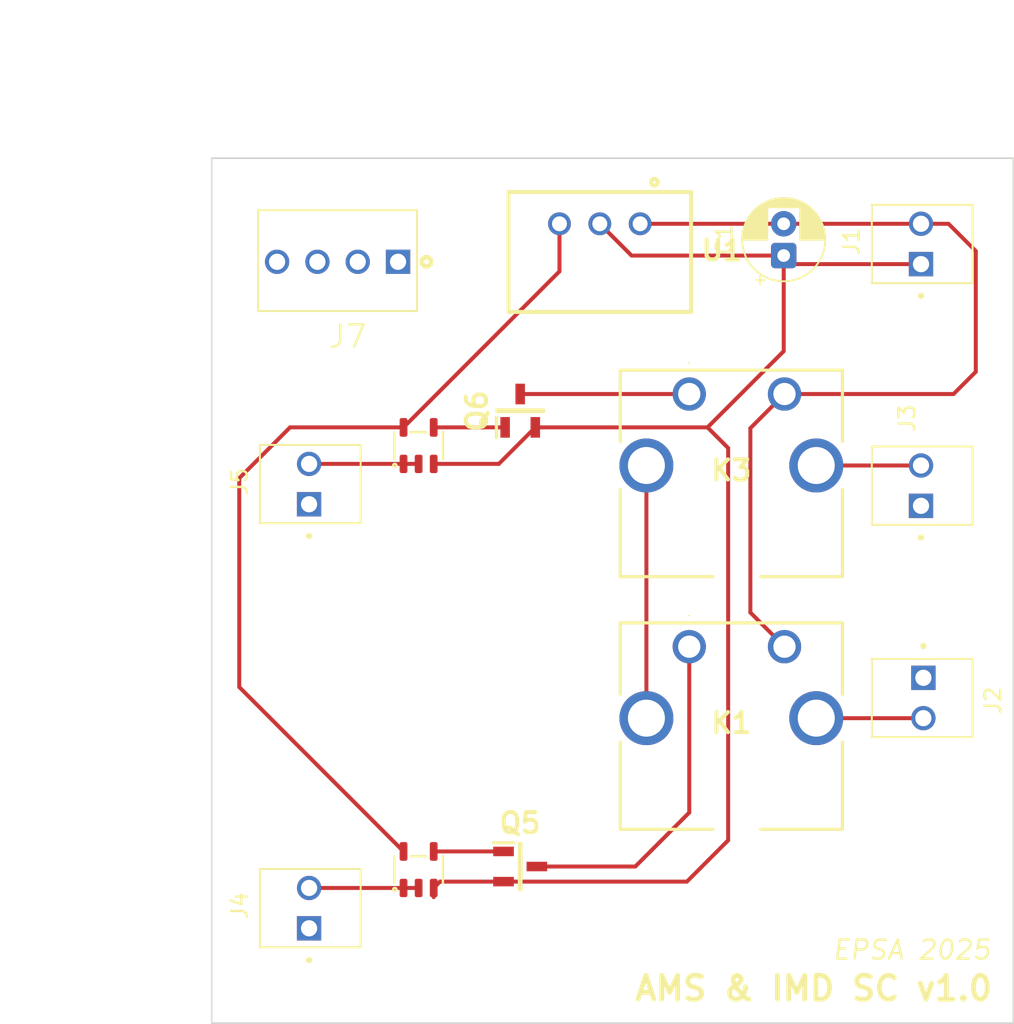
<source format=kicad_pcb>
(kicad_pcb (version 20241229) (generator "pcbnew") (generator_version "9.0")
  (layers (0 "F.Cu" signal) (2 "B.Cu" signal) (13 "F.Paste" user) (15 "B.Paste" user) (5 "F.SilkS" user "F.Silkscreen") (7 "B.SilkS" user "B.Silkscreen") (1 "F.Mask" user) (3 "B.Mask" user) (25 "Edge.Cuts" user))
  (net 0 "")
  (net 1 "GND")
  (net 2 "+12V")
  (net 3 "+5V")
  (net 4 "/Raw_AMS_OK")
  (net 5 "/Raw_IMD_OK")
  (net 6 "/SC in")
  (net 7 "/SC out")
  (net 8 "Net-(K1-Pad1)")
  (net 9 "/SC_Closed_IMD")
  (net 10 "/SC_Closed_AMS")
  (net 11 "Net-(K1-Pad2)")
  (net 12 "Net-(K3-Pad1)")
  (footprint "EPSA_lib:MOLEX_22-11-2022" (layer "F.Cu") (at 156.8 89.04 90)
    (property "Reference" "J5" (at 1.425 -4.385 90) (layer "F.SilkS"))
    (property "Value" "2P Droit 2-11-2022")
    (fp_line (start 3.735 -3.1) (end 3.735 3.25) (stroke (width 0.127)) (layer "F.SilkS"))
    (fp_line (start -1.195 -3.1) (end 3.735 -3.1) (stroke (width 0.127)) (layer "F.SilkS"))
    (fp_line (start 3.735 3.25) (end -1.195 3.25) (stroke (width 0.127)) (layer "F.SilkS"))
    (fp_line (start -1.195 3.25) (end -1.195 -3.1) (stroke (width 0.127)) (layer "F.SilkS"))
    (fp_circle (center -2 0) (end -1.9 0) (stroke (width 0.2)) (fill no) (layer "F.SilkS"))
    (pad "1" thru_hole rect (at 0 0 90) (size 1.53 1.53) (drill 1.02) (layers "*.Cu" "*.Mask"))
    (pad "2" thru_hole circle (at 2.54 0 90) (size 1.53 1.53) (drill 1.02) (layers "*.Cu" "*.Mask") (net 4 "/Raw_AMS_OK"))
  )
  (footprint "EPSA_lib:MOLEX_22-11-2022" (layer "F.Cu") (at 195.35 73.921458 90)
    (property "Reference" "J1" (at 1.425 -4.385 90) (layer "F.SilkS"))
    (property "Value" "2P Droit 2-11-2022")
    (fp_line (start 3.735 -3.1) (end 3.735 3.25) (stroke (width 0.127)) (layer "F.SilkS"))
    (fp_line (start -1.195 -3.1) (end 3.735 -3.1) (stroke (width 0.127)) (layer "F.SilkS"))
    (fp_line (start 3.735 3.25) (end -1.195 3.25) (stroke (width 0.127)) (layer "F.SilkS"))
    (fp_line (start -1.195 3.25) (end -1.195 -3.1) (stroke (width 0.127)) (layer "F.SilkS"))
    (fp_circle (center -2 0) (end -1.9 0) (stroke (width 0.2)) (fill no) (layer "F.SilkS"))
    (pad "1" thru_hole rect (at 0 0 90) (size 1.53 1.53) (drill 1.02) (layers "*.Cu" "*.Mask") (net 1 "GND"))
    (pad "2" thru_hole circle (at 2.54 0 90) (size 1.53 1.53) (drill 1.02) (layers "*.Cu" "*.Mask") (net 2 "+12V"))
  )
  (footprint "EPSA_lib:SOT95P237X112-3N" (layer "F.Cu") (at 170.1 111.85)
    (property "Reference" "Q5" (at -0.013584 -2.730562 0) (layer "F.SilkS") (effects (font (size 1.27 1.27) (thickness 0.254))))
    (property "Value" "NMOS SQ2348ES-T1_GE3" (hide yes))
    (fp_line (start -1.7 -1.5) (end -0.4 -1.5) (stroke (width 0.2)) (layer "F.SilkS"))
    (fp_line (start -0.05 -1.46) (end 0.05 -1.46) (stroke (width 0.2)) (layer "F.SilkS"))
    (fp_line (start -0.05 1.46) (end -0.05 -1.46) (stroke (width 0.2)) (layer "F.SilkS"))
    (fp_line (start 0.05 -1.46) (end 0.05 1.46) (stroke (width 0.2)) (layer "F.SilkS"))
    (fp_line (start 0.05 1.46) (end -0.05 1.46) (stroke (width 0.2)) (layer "F.SilkS"))
    (pad "1" smd rect (at -1.05 -0.95 90) (size 0.6 1.3) (layers "F.Cu" "F.Mask" "F.Paste") (net 9 "/SC_Closed_IMD"))
    (pad "2" smd rect (at -1.05 0.95 90) (size 0.6 1.3) (layers "F.Cu" "F.Mask" "F.Paste") (net 1 "GND"))
    (pad "3" smd rect (at 1.05 0 90) (size 0.6 1.3) (layers "F.Cu" "F.Mask" "F.Paste") (net 8 "Net-(K1-Pad1)"))
  )
  (footprint "PCM_JLCPCB:SOT-23-5_L3.0-W1.7-P0.95-LS2.8-BL" (layer "F.Cu") (at 163.7 85.35)
    (property "Reference" "U3" (hide yes))
    (property "Value" "74AHC1G08")
    (fp_line (start -1.53 0.85) (end -1.53 -0.85) (stroke (width 0.15)) (layer "F.SilkS"))
    (fp_line (start 0.48 -0.85) (end -0.48 -0.85) (stroke (width 0.15)) (layer "F.SilkS"))
    (fp_line (start 1.53 0.85) (end 1.53 -0.85) (stroke (width 0.15)) (layer "F.SilkS"))
    (fp_circle (center -1.5 1.25) (end -1.47 1.25) (stroke (width 0.15)) (fill no) (layer "F.SilkS"))
    (pad "1" smd roundrect (at -0.95 1.15) (size 0.49 1.16) (layers "F.Cu" "F.Mask" "F.Paste") (net 4 "/Raw_AMS_OK"))
    (pad "2" smd roundrect (at 0 1.15) (size 0.49 1.16) (layers "F.Cu" "F.Mask" "F.Paste") (net 4 "/Raw_AMS_OK"))
    (pad "3" smd roundrect (at 0.95 1.15) (size 0.49 1.16) (layers "F.Cu" "F.Mask" "F.Paste") (net 1 "GND"))
    (pad "4" smd roundrect (at 0.95 -1.15) (size 0.49 1.18) (layers "F.Cu" "F.Mask" "F.Paste") (net 10 "/SC_Closed_AMS"))
    (pad "5" smd roundrect (at -0.95 -1.15) (size 0.49 1.18) (layers "F.Cu" "F.Mask" "F.Paste") (net 3 "+5V"))
  )
  (footprint "EPSA_lib:SOT95P237X112-3N" (layer "F.Cu") (at 170.1 83.15 90)
    (property "Reference" "Q6" (at -0.013584 -2.730562 90) (layer "F.SilkS") (effects (font (size 1.27 1.27) (thickness 0.254))))
    (property "Value" "NMOS SQ2348ES-T1_GE3" (hide yes))
    (fp_line (start -1.7 -1.5) (end -0.4 -1.5) (stroke (width 0.2)) (layer "F.SilkS"))
    (fp_line (start 0.05 -1.46) (end 0.05 1.46) (stroke (width 0.2)) (layer "F.SilkS"))
    (fp_line (start -0.05 -1.46) (end 0.05 -1.46) (stroke (width 0.2)) (layer "F.SilkS"))
    (fp_line (start 0.05 1.46) (end -0.05 1.46) (stroke (width 0.2)) (layer "F.SilkS"))
    (fp_line (start -0.05 1.46) (end -0.05 -1.46) (stroke (width 0.2)) (layer "F.SilkS"))
    (pad "1" smd rect (at -1.05 -0.95 180) (size 0.6 1.3) (layers "F.Cu" "F.Mask" "F.Paste") (net 10 "/SC_Closed_AMS"))
    (pad "2" smd rect (at -1.05 0.95 180) (size 0.6 1.3) (layers "F.Cu" "F.Mask" "F.Paste") (net 1 "GND"))
    (pad "3" smd rect (at 1.05 0 180) (size 0.6 1.3) (layers "F.Cu" "F.Mask" "F.Paste") (net 12 "Net-(K3-Pad1)"))
  )
  (footprint "EPSA_lib:MOLEX_22-11-2042" (layer "F.Cu") (at 158.594291 73.775 180)
    (property "Reference" "J7" (at -0.63545 -4.70238 0) (layer "F.SilkS") (effects (font (size 1.401008 1.401008))))
    (property "Value" "4P Droit 22-11-2042")
    (fp_line (start 5.005 3.25) (end -5.005 3.25) (stroke (width 0.127)) (layer "F.SilkS"))
    (fp_line (start 5.005 -3.1) (end 5.005 3.25) (stroke (width 0.127)) (layer "F.SilkS"))
    (fp_line (start -5.005 3.25) (end -5.005 -3.1) (stroke (width 0.127)) (layer "F.SilkS"))
    (fp_line (start -5.005 -3.1) (end 5.005 -3.1) (stroke (width 0.127)) (layer "F.SilkS"))
    (fp_circle (center -5.6 0) (end -5.458581 0) (stroke (width 0.3)) (fill no) (layer "F.SilkS"))
    (pad "1" thru_hole rect (at -3.81 0 180) (size 1.53 1.53) (drill 1.02) (layers "*.Cu" "*.Mask"))
    (pad "2" thru_hole circle (at -1.27 0 180) (size 1.53 1.53) (drill 1.02) (layers "*.Cu" "*.Mask"))
    (pad "3" thru_hole circle (at 1.27 0 180) (size 1.53 1.53) (drill 1.02) (layers "*.Cu" "*.Mask"))
    (pad "4" thru_hole circle (at 3.81 0 180) (size 1.53 1.53) (drill 1.02) (layers "*.Cu" "*.Mask"))
  )
  (footprint "EPSA_lib:MOLEX_22-11-2022" (layer "F.Cu") (at 156.8 115.74 90)
    (property "Reference" "J4" (at 1.425 -4.385 90) (layer "F.SilkS"))
    (property "Value" "2P Droit 2-11-2022")
    (fp_line (start 3.735 -3.1) (end 3.735 3.25) (stroke (width 0.127)) (layer "F.SilkS"))
    (fp_line (start -1.195 -3.1) (end 3.735 -3.1) (stroke (width 0.127)) (layer "F.SilkS"))
    (fp_line (start 3.735 3.25) (end -1.195 3.25) (stroke (width 0.127)) (layer "F.SilkS"))
    (fp_line (start -1.195 3.25) (end -1.195 -3.1) (stroke (width 0.127)) (layer "F.SilkS"))
    (fp_circle (center -2 0) (end -1.9 0) (stroke (width 0.2)) (fill no) (layer "F.SilkS"))
    (pad "1" thru_hole rect (at 0 0 90) (size 1.53 1.53) (drill 1.02) (layers "*.Cu" "*.Mask"))
    (pad "2" thru_hole circle (at 2.54 0 90) (size 1.53 1.53) (drill 1.02) (layers "*.Cu" "*.Mask") (net 5 "/Raw_IMD_OK"))
  )
  (footprint "EPSA_lib:CP112V" (layer "F.Cu") (at 180.7505 98.0085)
    (property "Reference" "K1" (at 2.65 4.808 0) (layer "F.SilkS") (effects (font (size 1.27 1.27) (thickness 0.254))))
    (property "Value" "Relais PCB" (hide yes))
    (fp_line (start -4.35 -1.5) (end 9.65 -1.5) (stroke (width 0.2)) (layer "F.SilkS"))
    (fp_line (start -4.35 3) (end -4.35 -1.5) (stroke (width 0.2)) (layer "F.SilkS"))
    (fp_line (start -4.35 6) (end -4.35 11.5) (stroke (width 0.2)) (layer "F.SilkS"))
    (fp_line (start -4.35 11.5) (end 1.5 11.5) (stroke (width 0.2)) (layer "F.SilkS"))
    (fp_line (start -0.039 -1.956) (end -0.039 -1.956) (stroke (width 0.053)) (layer "F.SilkS"))
    (fp_line (start 0.014 -1.956) (end 0.014 -1.956) (stroke (width 0.053)) (layer "F.SilkS"))
    (fp_line (start 4.5 11.5) (end 9.5 11.5) (stroke (width 0.2)) (layer "F.SilkS"))
    (fp_line (start 9.5 11.5) (end 9.65 11.5) (stroke (width 0.2)) (layer "F.SilkS"))
    (fp_line (start 9.65 -1.5) (end 9.65 3) (stroke (width 0.2)) (layer "F.SilkS"))
    (fp_line (start 9.65 11.5) (end 9.65 6) (stroke (width 0.2)) (layer "F.SilkS"))
    (fp_arc (start -0.039 -1.955) (mid -0.013 -1.982) (end 0.014 -1.956) (stroke (width 0.053)) (layer "F.SilkS"))
    (fp_arc (start 0.014 -1.955) (mid -0.013 -1.929) (end -0.039 -1.956) (stroke (width 0.053)) (layer "F.SilkS"))
    (pad "1" thru_hole circle (at 0 0) (size 2.1 2.1) (drill 1.4) (layers "*.Cu" "*.Mask") (net 8 "Net-(K1-Pad1)"))
    (pad "2" thru_hole circle (at -2.7 4.5) (size 3.4 3.4) (drill 2.33) (layers "*.Cu" "*.Mask") (net 11 "Net-(K1-Pad2)"))
    (pad "4" thru_hole circle (at 8 4.5) (size 3.4 3.4) (drill 2.33) (layers "*.Cu" "*.Mask") (net 6 "/SC in"))
    (pad "5" thru_hole circle (at 6 0) (size 2.1 2.1) (drill 1.4) (layers "*.Cu" "*.Mask") (net 2 "+12V"))
  )
  (footprint "Capacitor_THT:CP_Radial_D5.0mm_P2.00mm" (layer "F.Cu") (at 186.7 73.381458 90)
    (property "Reference" "C1" (at 1 -3.75 90) (layer "F.SilkS"))
    (property "Value" "C")
    (fp_line (start 1.04 -2.58) (end 1.04 -1.04) (stroke (width 0.12)) (layer "F.SilkS"))
    (fp_line (start 1 -2.58) (end 1 -1.04) (stroke (width 0.12)) (layer "F.SilkS"))
    (fp_line (start 1.08 -2.579) (end 1.08 -1.04) (stroke (width 0.12)) (layer "F.SilkS"))
    (fp_line (start 1.12 -2.577) (end 1.12 -1.04) (stroke (width 0.12)) (layer "F.SilkS"))
    (fp_line (start 1.16 -2.575) (end 1.16 -1.04) (stroke (width 0.12)) (layer "F.SilkS"))
    (fp_line (start 1.2 -2.572) (end 1.2 -1.04) (stroke (width 0.12)) (layer "F.SilkS"))
    (fp_line (start 1.24 -2.569) (end 1.24 -1.04) (stroke (width 0.12)) (layer "F.SilkS"))
    (fp_line (start 1.28 -2.565) (end 1.28 -1.04) (stroke (width 0.12)) (layer "F.SilkS"))
    (fp_line (start 1.32 -2.56) (end 1.32 -1.04) (stroke (width 0.12)) (layer "F.SilkS"))
    (fp_line (start 1.36 -2.555) (end 1.36 -1.04) (stroke (width 0.12)) (layer "F.SilkS"))
    (fp_line (start 1.4 -2.549) (end 1.4 -1.04) (stroke (width 0.12)) (layer "F.SilkS"))
    (fp_line (start 1.44 -2.543) (end 1.44 -1.04) (stroke (width 0.12)) (layer "F.SilkS"))
    (fp_line (start 1.48 -2.536) (end 1.48 -1.04) (stroke (width 0.12)) (layer "F.SilkS"))
    (fp_line (start 1.52 -2.528) (end 1.52 -1.04) (stroke (width 0.12)) (layer "F.SilkS"))
    (fp_line (start 1.56 -2.519) (end 1.56 -1.04) (stroke (width 0.12)) (layer "F.SilkS"))
    (fp_line (start 1.6 -2.51) (end 1.6 -1.04) (stroke (width 0.12)) (layer "F.SilkS"))
    (fp_line (start 1.64 -2.501) (end 1.64 -1.04) (stroke (width 0.12)) (layer "F.SilkS"))
    (fp_line (start 1.68 -2.49) (end 1.68 -1.04) (stroke (width 0.12)) (layer "F.SilkS"))
    (fp_line (start 1.72 -2.479) (end 1.72 -1.04) (stroke (width 0.12)) (layer "F.SilkS"))
    (fp_line (start 1.76 -2.467) (end 1.76 -1.04) (stroke (width 0.12)) (layer "F.SilkS"))
    (fp_line (start 1.8 -2.455) (end 1.8 -1.04) (stroke (width 0.12)) (layer "F.SilkS"))
    (fp_line (start 1.84 -2.442) (end 1.84 -1.04) (stroke (width 0.12)) (layer "F.SilkS"))
    (fp_line (start 1.88 -2.428) (end 1.88 -1.04) (stroke (width 0.12)) (layer "F.SilkS"))
    (fp_line (start 1.92 -2.413) (end 1.92 -1.04) (stroke (width 0.12)) (layer "F.SilkS"))
    (fp_line (start 1.96 -2.398) (end 1.96 -1.04) (stroke (width 0.12)) (layer "F.SilkS"))
    (fp_line (start 2 -2.382) (end 2 -1.04) (stroke (width 0.12)) (layer "F.SilkS"))
    (fp_line (start 2.04 -2.365) (end 2.04 -1.04) (stroke (width 0.12)) (layer "F.SilkS"))
    (fp_line (start 2.08 -2.347) (end 2.08 -1.04) (stroke (width 0.12)) (layer "F.SilkS"))
    (fp_line (start 2.12 -2.329) (end 2.12 -1.04) (stroke (width 0.12)) (layer "F.SilkS"))
    (fp_line (start 2.16 -2.309) (end 2.16 -1.04) (stroke (width 0.12)) (layer "F.SilkS"))
    (fp_line (start 2.2 -2.289) (end 2.2 -1.04) (stroke (width 0.12)) (layer "F.SilkS"))
    (fp_line (start 2.24 -2.268) (end 2.24 -1.04) (stroke (width 0.12)) (layer "F.SilkS"))
    (fp_line (start 2.28 -2.246) (end 2.28 -1.04) (stroke (width 0.12)) (layer "F.SilkS"))
    (fp_line (start 2.32 -2.223) (end 2.32 -1.04) (stroke (width 0.12)) (layer "F.SilkS"))
    (fp_line (start 2.36 -2.199) (end 2.36 -1.04) (stroke (width 0.12)) (layer "F.SilkS"))
    (fp_line (start 2.4 -2.175) (end 2.4 -1.04) (stroke (width 0.12)) (layer "F.SilkS"))
    (fp_line (start 2.44 -2.149) (end 2.44 -1.04) (stroke (width 0.12)) (layer "F.SilkS"))
    (fp_line (start 2.48 -2.122) (end 2.48 -1.04) (stroke (width 0.12)) (layer "F.SilkS"))
    (fp_line (start 2.52 -2.094) (end 2.52 -1.04) (stroke (width 0.12)) (layer "F.SilkS"))
    (fp_line (start 2.56 -2.065) (end 2.56 -1.04) (stroke (width 0.12)) (layer "F.SilkS"))
    (fp_line (start 2.6 -2.035) (end 2.6 -1.04) (stroke (width 0.12)) (layer "F.SilkS"))
    (fp_line (start 2.64 -2.003) (end 2.64 -1.04) (stroke (width 0.12)) (layer "F.SilkS"))
    (fp_line (start 2.68 -1.97) (end 2.68 -1.04) (stroke (width 0.12)) (layer "F.SilkS"))
    (fp_line (start 2.72 -1.936) (end 2.72 -1.04) (stroke (width 0.12)) (layer "F.SilkS"))
    (fp_line (start 2.76 -1.901) (end 2.76 -1.04) (stroke (width 0.12)) (layer "F.SilkS"))
    (fp_line (start 2.8 -1.864) (end 2.8 -1.04) (stroke (width 0.12)) (layer "F.SilkS"))
    (fp_line (start 2.84 -1.825) (end 2.84 -1.04) (stroke (width 0.12)) (layer "F.SilkS"))
    (fp_line (start 2.88 -1.785) (end 2.88 -1.04) (stroke (width 0.12)) (layer "F.SilkS"))
    (fp_line (start 2.92 -1.743) (end 2.92 -1.04) (stroke (width 0.12)) (layer "F.SilkS"))
    (fp_line (start -1.554775 -1.725) (end -1.554775 -1.225) (stroke (width 0.12)) (layer "F.SilkS"))
    (fp_line (start 2.96 -1.699) (end 2.96 -1.04) (stroke (width 0.12)) (layer "F.SilkS"))
    (fp_line (start 3 -1.652) (end 3 -1.04) (stroke (width 0.12)) (layer "F.SilkS"))
    (fp_line (start 3.04 -1.604) (end 3.04 1.604) (stroke (width 0.12)) (layer "F.SilkS"))
    (fp_line (start 3.08 -1.553) (end 3.08 1.553) (stroke (width 0.12)) (layer "F.SilkS"))
    (fp_line (start 3.12 -1.499) (end 3.12 1.499) (stroke (width 0.12)) (layer "F.SilkS"))
    (fp_line (start -1.804775 -1.475) (end -1.304775 -1.475) (stroke (width 0.12)) (layer "F.SilkS"))
    (fp_line (start 3.16 -1.443) (end 3.16 1.443) (stroke (width 0.12)) (layer "F.SilkS"))
    (fp_line (start 3.2 -1.383) (end 3.2 1.383) (stroke (width 0.12)) (layer "F.SilkS"))
    (fp_line (start 3.24 -1.319) (end 3.24 1.319) (stroke (width 0.12)) (layer "F.SilkS"))
    (fp_line (start 3.28 -1.251) (end 3.28 1.251) (stroke (width 0.12)) (layer "F.SilkS"))
    (fp_line (start 3.32 -1.177) (end 3.32 1.177) (stroke (width 0.12)) (layer "F.SilkS"))
    (fp_line (start 3.36 -1.098) (end 3.36 1.098) (stroke (width 0.12)) (layer "F.SilkS"))
    (fp_line (start 3.4 -1.011) (end 3.4 1.011) (stroke (width 0.12)) (layer "F.SilkS"))
    (fp_line (start 3.44 -0.914) (end 3.44 0.914) (stroke (width 0.12)) (layer "F.SilkS"))
    (fp_line (start 3.48 -0.805) (end 3.48 0.805) (stroke (width 0.12)) (layer "F.SilkS"))
    (fp_line (start 3.52 -0.677) (end 3.52 0.677) (stroke (width 0.12)) (layer "F.SilkS"))
    (fp_line (start 3.56 -0.517) (end 3.56 0.517) (stroke (width 0.12)) (layer "F.SilkS"))
    (fp_line (start 3.6 -0.283) (end 3.6 0.283) (stroke (width 0.12)) (layer "F.SilkS"))
    (fp_line (start 3 1.04) (end 3 1.652) (stroke (width 0.12)) (layer "F.SilkS"))
    (fp_line (start 2.96 1.04) (end 2.96 1.699) (stroke (width 0.12)) (layer "F.SilkS"))
    (fp_line (start 2.92 1.04) (end 2.92 1.743) (stroke (width 0.12)) (layer "F.SilkS"))
    (fp_line (start 2.88 1.04) (end 2.88 1.785) (stroke (width 0.12)) (layer "F.SilkS"))
    (fp_line (start 2.84 1.04) (end 2.84 1.825) (stroke (width 0.12)) (layer "F.SilkS"))
    (fp_line (start 2.8 1.04) (end 2.8 1.864) (stroke (width 0.12)) (layer "F.SilkS"))
    (fp_line (start 2.76 1.04) (end 2.76 1.901) (stroke (width 0.12)) (layer "F.SilkS"))
    (fp_line (start 2.72 1.04) (end 2.72 1.936) (stroke (width 0.12)) (layer "F.SilkS"))
    (fp_line (start 2.68 1.04) (end 2.68 1.97) (stroke (width 0.12)) (layer "F.SilkS"))
    (fp_line (start 2.64 1.04) (end 2.64 2.003) (stroke (width 0.12)) (layer "F.SilkS"))
    (fp_line (start 2.6 1.04) (end 2.6 2.035) (stroke (width 0.12)) (layer "F.SilkS"))
    (fp_line (start 2.56 1.04) (end 2.56 2.065) (stroke (width 0.12)) (layer "F.SilkS"))
    (fp_line (start 2.52 1.04) (end 2.52 2.094) (stroke (width 0.12)) (layer "F.SilkS"))
    (fp_line (start 2.48 1.04) (end 2.48 2.122) (stroke (width 0.12)) (layer "F.SilkS"))
    (fp_line (start 2.44 1.04) (end 2.44 2.149) (stroke (width 0.12)) (layer "F.SilkS"))
    (fp_line (start 2.4 1.04) (end 2.4 2.175) (stroke (width 0.12)) (layer "F.SilkS"))
    (fp_line (start 2.36 1.04) (end 2.36 2.199) (stroke (width 0.12)) (layer "F.SilkS"))
    (fp_line (start 2.32 1.04) (end 2.32 2.223) (stroke (width 0.12)) (layer "F.SilkS"))
    (fp_line (start 2.28 1.04) (end 2.28 2.246) (stroke (width 0.12)) (layer "F.SilkS"))
    (fp_line (start 2.24 1.04) (end 2.24 2.268) (stroke (width 0.12)) (layer "F.SilkS"))
    (fp_line (start 2.2 1.04) (end 2.2 2.289) (stroke (width 0.12)) (layer "F.SilkS"))
    (fp_line (start 2.16 1.04) (end 2.16 2.309) (stroke (width 0.12)) (layer "F.SilkS"))
    (fp_line (start 2.12 1.04) (end 2.12 2.329) (stroke (width 0.12)) (layer "F.SilkS"))
    (fp_line (start 2.08 1.04) (end 2.08 2.347) (stroke (width 0.12)) (layer "F.SilkS"))
    (fp_line (start 2.04 1.04) (end 2.04 2.365) (stroke (width 0.12)) (layer "F.SilkS"))
    (fp_line (start 2 1.04) (end 2 2.382) (stroke (width 0.12)) (layer "F.SilkS"))
    (fp_line (start 1.96 1.04) (end 1.96 2.398) (stroke (width 0.12)) (layer "F.SilkS"))
    (fp_line (start 1.92 1.04) (end 1.92 2.413) (stroke (width 0.12)) (layer "F.SilkS"))
    (fp_line (start 1.88 1.04) (end 1.88 2.428) (stroke (width 0.12)) (layer "F.SilkS"))
    (fp_line (start 1.84 1.04) (end 1.84 2.442) (stroke (width 0.12)) (layer "F.SilkS"))
    (fp_line (start 1.8 1.04) (end 1.8 2.455) (stroke (width 0.12)) (layer "F.SilkS"))
    (fp_line (start 1.76 1.04) (end 1.76 2.467) (stroke (width 0.12)) (layer "F.SilkS"))
    (fp_line (start 1.72 1.04) (end 1.72 2.479) (stroke (width 0.12)) (layer "F.SilkS"))
    (fp_line (start 1.68 1.04) (end 1.68 2.49) (stroke (width 0.12)) (layer "F.SilkS"))
    (fp_line (start 1.64 1.04) (end 1.64 2.501) (stroke (width 0.12)) (layer "F.SilkS"))
    (fp_line (start 1.6 1.04) (end 1.6 2.51) (stroke (width 0.12)) (layer "F.SilkS"))
    (fp_line (start 1.56 1.04) (end 1.56 2.519) (stroke (width 0.12)) (layer "F.SilkS"))
    (fp_line (start 1.52 1.04) (end 1.52 2.528) (stroke (width 0.12)) (layer "F.SilkS"))
    (fp_line (start 1.48 1.04) (end 1.48 2.536) (stroke (width 0.12)) (layer "F.SilkS"))
    (fp_line (start 1.44 1.04) (end 1.44 2.543) (stroke (width 0.12)) (layer "F.SilkS"))
    (fp_line (start 1.4 1.04) (end 1.4 2.549) (stroke (width 0.12)) (layer "F.SilkS"))
    (fp_line (start 1.36 1.04) (end 1.36 2.555) (stroke (width 0.12)) (layer "F.SilkS"))
    (fp_line (start 1.32 1.04) (end 1.32 2.56) (stroke (width 0.12)) (layer "F.SilkS"))
    (fp_line (start 1.28 1.04) (end 1.28 2.565) (stroke (width 0.12)) (layer "F.SilkS"))
    (fp_line (start 1.24 1.04) (end 1.24 2.569) (stroke (width 0.12)) (layer "F.SilkS"))
    (fp_line (start 1.2 1.04) (end 1.2 2.572) (stroke (width 0.12)) (layer "F.SilkS"))
    (fp_line (start 1.16 1.04) (end 1.16 2.575) (stroke (width 0.12)) (layer "F.SilkS"))
    (fp_line (start 1.12 1.04) (end 1.12 2.577) (stroke (width 0.12)) (layer "F.SilkS"))
    (fp_line (start 1.08 1.04) (end 1.08 2.579) (stroke (width 0.12)) (layer "F.SilkS"))
    (fp_line (start 1.04 1.04) (end 1.04 2.58) (stroke (width 0.12)) (layer "F.SilkS"))
    (fp_line (start 1 1.04) (end 1 2.58) (stroke (width 0.12)) (layer "F.SilkS"))
    (fp_circle (center 1 0) (end 3.62 0) (stroke (width 0.12)) (fill no) (layer "F.SilkS"))
    (pad "1" thru_hole roundrect (at 0 0 90) (size 1.6 1.6) (drill 0.8) (layers "*.Cu" "*.Mask") (roundrect_rratio 0.15625) (net 1 "GND"))
    (pad "2" thru_hole circle (at 2 0 90) (size 1.6 1.6) (drill 0.8) (layers "*.Cu" "*.Mask") (net 2 "+12V"))
  )
  (footprint "PCM_JLCPCB:SOT-23-5_L3.0-W1.7-P0.95-LS2.8-BL" (layer "F.Cu") (at 163.7 112.05)
    (property "Reference" "U2" (hide yes))
    (property "Value" "74AHC1G08")
    (fp_line (start -1.53 0.85) (end -1.53 -0.85) (stroke (width 0.15)) (layer "F.SilkS"))
    (fp_line (start 0.48 -0.85) (end -0.48 -0.85) (stroke (width 0.15)) (layer "F.SilkS"))
    (fp_line (start 1.53 0.85) (end 1.53 -0.85) (stroke (width 0.15)) (layer "F.SilkS"))
    (fp_circle (center -1.5 1.25) (end -1.47 1.25) (stroke (width 0.15)) (fill no) (layer "F.SilkS"))
    (pad "1" smd roundrect (at -0.95 1.15) (size 0.49 1.16) (layers "F.Cu" "F.Mask" "F.Paste") (net 5 "/Raw_IMD_OK"))
    (pad "2" smd roundrect (at 0 1.15) (size 0.49 1.16) (layers "F.Cu" "F.Mask" "F.Paste") (net 5 "/Raw_IMD_OK"))
    (pad "3" smd roundrect (at 0.95 1.15) (size 0.49 1.16) (layers "F.Cu" "F.Mask" "F.Paste") (net 1 "GND"))
    (pad "4" smd roundrect (at 0.95 -1.15) (size 0.49 1.18) (layers "F.Cu" "F.Mask" "F.Paste") (net 9 "/SC_Closed_IMD"))
    (pad "5" smd roundrect (at -0.95 -1.15) (size 0.49 1.18) (layers "F.Cu" "F.Mask" "F.Paste") (net 3 "+5V"))
  )
  (footprint "EPSA_lib:TSR-0.5-2433" (layer "F.Cu") (at 180.864051 69.381458 180)
    (property "Reference" "U1" (at -1.944788 -3.669372 0) (layer "F.SilkS") (effects (font (size 1.27 1.27) (thickness 0.254))))
    (property "Value" "Alim LP TSR_0.5-2450" (hide yes))
    (fp_line (start 11.5 0) (end 11.5 -7.55) (stroke (width 0.254)) (layer "F.SilkS"))
    (fp_line (start 11.5 -7.55) (end 0 -7.55) (stroke (width 0.254)) (layer "F.SilkS"))
    (fp_line (start 0 0) (end 11.5 0) (stroke (width 0.254)) (layer "F.SilkS"))
    (fp_line (start 0 -7.55) (end 0 0) (stroke (width 0.254)) (layer "F.SilkS"))
    (fp_circle (center 2.306 0.613) (end 2.306 0.702) (stroke (width 0.254)) (fill no) (layer "F.SilkS"))
    (pad "1" thru_hole circle (at 3.21 -2 180) (size 1.44 1.44) (drill 0.94) (layers "*.Cu" "*.Mask") (net 2 "+12V"))
    (pad "2" thru_hole circle (at 5.75 -2 180) (size 1.44 1.44) (drill 0.94) (layers "*.Cu" "*.Mask") (net 1 "GND"))
    (pad "3" thru_hole circle (at 8.29 -2 180) (size 1.44 1.44) (drill 0.94) (layers "*.Cu" "*.Mask") (net 3 "+5V"))
  )
  (footprint "EPSA_lib:MOLEX_22-11-2022" (layer "F.Cu") (at 195.5 99.9685 -90)
    (property "Reference" "J2" (at 1.425 -4.385 90) (layer "F.SilkS"))
    (property "Value" "2P Droit 2-11-2022")
    (fp_line (start -1.195 3.25) (end -1.195 -3.1) (stroke (width 0.127)) (layer "F.SilkS"))
    (fp_line (start 3.735 3.25) (end -1.195 3.25) (stroke (width 0.127)) (layer "F.SilkS"))
    (fp_line (start -1.195 -3.1) (end 3.735 -3.1) (stroke (width 0.127)) (layer "F.SilkS"))
    (fp_line (start 3.735 -3.1) (end 3.735 3.25) (stroke (width 0.127)) (layer "F.SilkS"))
    (fp_circle (center -2 0) (end -1.9 0) (stroke (width 0.2)) (fill no) (layer "F.SilkS"))
    (pad "1" thru_hole rect (at 0 0 270) (size 1.53 1.53) (drill 1.02) (layers "*.Cu" "*.Mask"))
    (pad "2" thru_hole circle (at 2.54 0 270) (size 1.53 1.53) (drill 1.02) (layers "*.Cu" "*.Mask") (net 6 "/SC in"))
  )
  (footprint "EPSA_lib:MOLEX_22-11-2022" (layer "F.Cu") (at 195.35 89.14 90)
    (property "Reference" "J3" (at 5.517 -0.880775 90) (layer "F.SilkS"))
    (property "Value" "2P Droit 2-11-2022")
    (fp_line (start 3.735 -3.1) (end 3.735 3.25) (stroke (width 0.127)) (layer "F.SilkS"))
    (fp_line (start -1.195 -3.1) (end 3.735 -3.1) (stroke (width 0.127)) (layer "F.SilkS"))
    (fp_line (start 3.735 3.25) (end -1.195 3.25) (stroke (width 0.127)) (layer "F.SilkS"))
    (fp_line (start -1.195 3.25) (end -1.195 -3.1) (stroke (width 0.127)) (layer "F.SilkS"))
    (fp_circle (center -2 0) (end -1.9 0) (stroke (width 0.2)) (fill no) (layer "F.SilkS"))
    (pad "1" thru_hole rect (at 0 0 90) (size 1.53 1.53) (drill 1.02) (layers "*.Cu" "*.Mask"))
    (pad "2" thru_hole circle (at 2.54 0 90) (size 1.53 1.53) (drill 1.02) (layers "*.Cu" "*.Mask") (net 7 "/SC out"))
  )
  (footprint "EPSA_lib:CP112V" (layer "F.Cu") (at 180.7505 82.1)
    (property "Reference" "K3" (at 2.65 4.808 0) (layer "F.SilkS") (effects (font (size 1.27 1.27) (thickness 0.254))))
    (property "Value" "Relais PCB" (hide yes))
    (fp_line (start -4.35 -1.5) (end 9.65 -1.5) (stroke (width 0.2)) (layer "F.SilkS"))
    (fp_line (start -4.35 3) (end -4.35 -1.5) (stroke (width 0.2)) (layer "F.SilkS"))
    (fp_line (start -4.35 6) (end -4.35 11.5) (stroke (width 0.2)) (layer "F.SilkS"))
    (fp_line (start -4.35 11.5) (end 1.5 11.5) (stroke (width 0.2)) (layer "F.SilkS"))
    (fp_line (start -0.039 -1.956) (end -0.039 -1.956) (stroke (width 0.053)) (layer "F.SilkS"))
    (fp_line (start 0.014 -1.956) (end 0.014 -1.956) (stroke (width 0.053)) (layer "F.SilkS"))
    (fp_line (start 4.5 11.5) (end 9.5 11.5) (stroke (width 0.2)) (layer "F.SilkS"))
    (fp_line (start 9.5 11.5) (end 9.65 11.5) (stroke (width 0.2)) (layer "F.SilkS"))
    (fp_line (start 9.65 -1.5) (end 9.65 3) (stroke (width 0.2)) (layer "F.SilkS"))
    (fp_line (start 9.65 11.5) (end 9.65 6) (stroke (width 0.2)) (layer "F.SilkS"))
    (fp_arc (start -0.039 -1.955) (mid -0.013 -1.982) (end 0.014 -1.956) (stroke (width 0.053)) (layer "F.SilkS"))
    (fp_arc (start 0.014 -1.955) (mid -0.013 -1.929) (end -0.039 -1.956) (stroke (width 0.053)) (layer "F.SilkS"))
    (pad "1" thru_hole circle (at 0 0) (size 2.1 2.1) (drill 1.4) (layers "*.Cu" "*.Mask") (net 12 "Net-(K3-Pad1)"))
    (pad "2" thru_hole circle (at -2.7 4.5) (size 3.4 3.4) (drill 2.33) (layers "*.Cu" "*.Mask") (net 11 "Net-(K1-Pad2)"))
    (pad "4" thru_hole circle (at 8 4.5) (size 3.4 3.4) (drill 2.33) (layers "*.Cu" "*.Mask") (net 7 "/SC out"))
    (pad "5" thru_hole circle (at 6 0) (size 2.1 2.1) (drill 1.4) (layers "*.Cu" "*.Mask") (net 2 "+12V"))
  )
  (gr_rect (start 150.6617 67.2512) (end 201.1699 121.7088) (stroke (width 0.1)) (fill no) (layer "Edge.Cuts"))
  (gr_text "AMS & IMD SC v1.0" (at 200 120.4 0) (layer "F.SilkS") (effects (font (size 1.5 1.5) (thickness 0.3) (bold yes)) (justify right bottom)))
  (gr_text "EPSA 2025" (at 189.7 117.8 0) (layer "F.SilkS") (effects (font (size 1.2 1.2) (thickness 0.15) (italic yes)) (justify left bottom)))
  (segment (start 164.65 86.5) (end 164.65 86.76767) (width 0.25) (layer "F.Cu") (net 1))
  (segment (start 186.7 73.381458) (end 186.7 79.4) (width 0.25) (layer "F.Cu") (net 1))
  (segment (start 182.05 84.05) (end 181.9 84.2) (width 0.25) (layer "F.Cu") (net 1))
  (segment (start 177.114051 73.381458) (end 186.7 73.381458) (width 0.25) (layer "F.Cu") (net 1))
  (segment (start 169.05 112.8) (end 165.05 112.8) (width 0.25) (layer "F.Cu") (net 1))
  (segment (start 187.24 73.921458) (end 186.7 73.381458) (width 0.25) (layer "F.Cu") (net 1))
  (segment (start 165.05 112.8) (end 164.65 113.2) (width 0.25) (layer "F.Cu") (net 1))
  (segment (start 164.65 113.2) (end 164.65 113.78) (width 0.25) (layer "F.Cu") (net 1))
  (segment (start 171.05 84.2) (end 168.75 86.5) (width 0.25) (layer "F.Cu") (net 1))
  (segment (start 183.1 110.3) (end 180.6 112.8) (width 0.25) (layer "F.Cu") (net 1))
  (segment (start 183.2 85.5) (end 183.2 110.2) (width 0.25) (layer "F.Cu") (net 1))
  (segment (start 181.9 84.2) (end 171.05 84.2) (width 0.25) (layer "F.Cu") (net 1))
  (segment (start 180.6 112.8) (end 169.05 112.8) (width 0.25) (layer "F.Cu") (net 1))
  (segment (start 183.2 110.2) (end 183.1 110.3) (width 0.25) (layer "F.Cu") (net 1))
  (segment (start 195.35 73.921458) (end 187.24 73.921458) (width 0.25) (layer "F.Cu") (net 1))
  (segment (start 186.7 79.4) (end 182.05 84.05) (width 0.25) (layer "F.Cu") (net 1))
  (segment (start 175.114051 71.381458) (end 177.114051 73.381458) (width 0.25) (layer "F.Cu") (net 1))
  (segment (start 168.75 86.5) (end 164.65 86.5) (width 0.25) (layer "F.Cu") (net 1))
  (segment (start 181.9 84.2) (end 183.2 85.5) (width 0.25) (layer "F.Cu") (net 1))
  (segment (start 184.6 84.2505) (end 186.7505 82.1) (width 0.25) (layer "F.Cu") (net 2))
  (segment (start 184.6 95.858) (end 184.6 84.2505) (width 0.25) (layer "F.Cu") (net 2))
  (segment (start 186.7 71.381458) (end 177.654051 71.381458) (width 0.25) (layer "F.Cu") (net 2))
  (segment (start 197.4 82.1) (end 186.7505 82.1) (width 0.25) (layer "F.Cu") (net 2))
  (segment (start 198.8 73.1) (end 198.8 80.7) (width 0.25) (layer "F.Cu") (net 2))
  (segment (start 195.35 71.381458) (end 186.7 71.381458) (width 0.25) (layer "F.Cu") (net 2))
  (segment (start 186.7505 98.0085) (end 184.6 95.858) (width 0.25) (layer "F.Cu") (net 2))
  (segment (start 198.8 80.7) (end 197.4 82.1) (width 0.25) (layer "F.Cu") (net 2))
  (segment (start 195.35 71.381458) (end 197.081458 71.381458) (width 0.25) (layer "F.Cu") (net 2))
  (segment (start 197.081458 71.381458) (end 198.8 73.1) (width 0.25) (layer "F.Cu") (net 2))
  (segment (start 152.4 100.55) (end 162.75 110.9) (width 0.25) (layer "F.Cu") (net 3))
  (segment (start 152.4 87.4) (end 152.4 100.55) (width 0.25) (layer "F.Cu") (net 3))
  (segment (start 172.574051 71.381458) (end 172.574051 74.375949) (width 0.25) (layer "F.Cu") (net 3))
  (segment (start 155.6 84.2) (end 152.4 87.4) (width 0.25) (layer "F.Cu") (net 3))
  (segment (start 162.75 84.2) (end 155.6 84.2) (width 0.25) (layer "F.Cu") (net 3))
  (segment (start 172.574051 74.375949) (end 162.75 84.2) (width 0.25) (layer "F.Cu") (net 3))
  (segment (start 162.75 86.5) (end 163.7 86.5) (width 0.25) (layer "F.Cu") (net 4))
  (segment (start 156.8 86.5) (end 162.75 86.5) (width 0.25) (layer "F.Cu") (net 4))
  (segment (start 156.8 113.2) (end 162.75 113.2) (width 0.25) (layer "F.Cu") (net 5))
  (segment (start 162.75 113.2) (end 163.7 113.2) (width 0.25) (layer "F.Cu") (net 5))
  (segment (start 195.5 102.5085) (end 188.7505 102.5085) (width 0.25) (layer "F.Cu") (net 6))
  (segment (start 188.7505 86.6) (end 195.35 86.6) (width 0.25) (layer "F.Cu") (net 7))
  (segment (start 171.15 111.85) (end 177.35 111.85) (width 0.25) (layer "F.Cu") (net 8))
  (segment (start 177.35 111.85) (end 180.7505 108.4495) (width 0.25) (layer "F.Cu") (net 8))
  (segment (start 180.7505 108.4495) (end 180.7505 98.0085) (width 0.25) (layer "F.Cu") (net 8))
  (segment (start 164.65 110.9) (end 169.05 110.9) (width 0.25) (layer "F.Cu") (net 9))
  (segment (start 164.65 84.2) (end 169.15 84.2) (width 0.25) (layer "F.Cu") (net 10))
  (segment (start 178.0505 86.6) (end 178.0505 102.5085) (width 0.25) (layer "F.Cu") (net 11))
  (segment (start 170.1 82.1) (end 180.7505 82.1) (width 0.25) (layer "F.Cu") (net 12))
)
</source>
